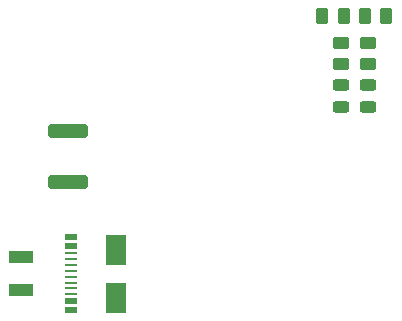
<source format=gbr>
G04 #@! TF.GenerationSoftware,KiCad,Pcbnew,6.0.8-f2edbf62ab~116~ubuntu20.04.1*
G04 #@! TF.CreationDate,2022-10-17T13:25:48+07:00*
G04 #@! TF.ProjectId,IN-8,494e2d38-2e6b-4696-9361-645f70636258,rev?*
G04 #@! TF.SameCoordinates,Original*
G04 #@! TF.FileFunction,Paste,Top*
G04 #@! TF.FilePolarity,Positive*
%FSLAX46Y46*%
G04 Gerber Fmt 4.6, Leading zero omitted, Abs format (unit mm)*
G04 Created by KiCad (PCBNEW 6.0.8-f2edbf62ab~116~ubuntu20.04.1) date 2022-10-17 13:25:48*
%MOMM*%
%LPD*%
G01*
G04 APERTURE LIST*
G04 Aperture macros list*
%AMRoundRect*
0 Rectangle with rounded corners*
0 $1 Rounding radius*
0 $2 $3 $4 $5 $6 $7 $8 $9 X,Y pos of 4 corners*
0 Add a 4 corners polygon primitive as box body*
4,1,4,$2,$3,$4,$5,$6,$7,$8,$9,$2,$3,0*
0 Add four circle primitives for the rounded corners*
1,1,$1+$1,$2,$3*
1,1,$1+$1,$4,$5*
1,1,$1+$1,$6,$7*
1,1,$1+$1,$8,$9*
0 Add four rect primitives between the rounded corners*
20,1,$1+$1,$2,$3,$4,$5,0*
20,1,$1+$1,$4,$5,$6,$7,0*
20,1,$1+$1,$6,$7,$8,$9,0*
20,1,$1+$1,$8,$9,$2,$3,0*%
G04 Aperture macros list end*
%ADD10RoundRect,0.250000X-0.262500X-0.450000X0.262500X-0.450000X0.262500X0.450000X-0.262500X0.450000X0*%
%ADD11RoundRect,0.250000X-0.450000X0.262500X-0.450000X-0.262500X0.450000X-0.262500X0.450000X0.262500X0*%
%ADD12R,1.800000X2.500000*%
%ADD13RoundRect,0.243750X-0.456250X0.243750X-0.456250X-0.243750X0.456250X-0.243750X0.456250X0.243750X0*%
%ADD14R,2.000000X1.000000*%
%ADD15R,1.000000X0.520000*%
%ADD16R,1.000000X0.270000*%
%ADD17RoundRect,0.250000X-1.450000X0.312500X-1.450000X-0.312500X1.450000X-0.312500X1.450000X0.312500X0*%
G04 APERTURE END LIST*
D10*
X157148000Y-25080500D03*
X158973000Y-25080500D03*
X160748000Y-25080500D03*
X162573000Y-25080500D03*
D11*
X158751250Y-27340500D03*
X158751250Y-29165500D03*
X161029250Y-27340500D03*
X161029250Y-29165500D03*
D12*
X139693250Y-48898500D03*
X139693250Y-44898500D03*
D13*
X161029250Y-30906500D03*
X161029250Y-32781500D03*
D14*
X131686250Y-45480500D03*
X131686250Y-48280500D03*
D15*
X135886250Y-43780500D03*
X135886250Y-44530500D03*
D16*
X135886250Y-45130500D03*
X135886250Y-46630500D03*
X135886250Y-47630500D03*
X135886250Y-48630500D03*
D15*
X135886250Y-49230500D03*
X135886250Y-49980500D03*
X135886250Y-49980500D03*
X135886250Y-49230500D03*
D16*
X135886250Y-48130500D03*
X135886250Y-47130500D03*
X135886250Y-46130500D03*
X135886250Y-45630500D03*
D15*
X135886250Y-44530500D03*
X135886250Y-43780500D03*
D13*
X158743250Y-30906500D03*
X158743250Y-32781500D03*
D17*
X135629250Y-34831000D03*
X135629250Y-39106000D03*
M02*

</source>
